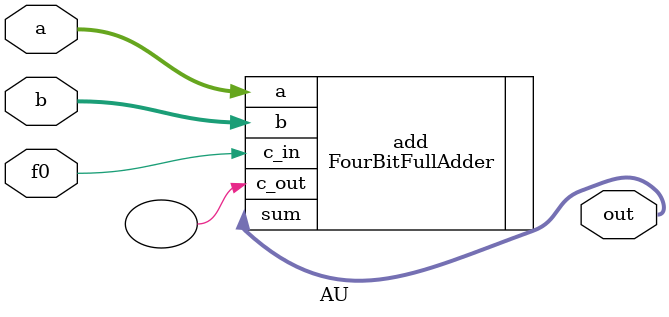
<source format=v>
module AU(
input [3:0] a,
input [3:0] b,
input f0,
output [3:0] out
);

FourBitFullAdder add(
.a(a),
.b(b),
.c_in(f0),
.sum(out),
.c_out()
);

endmodule
</source>
